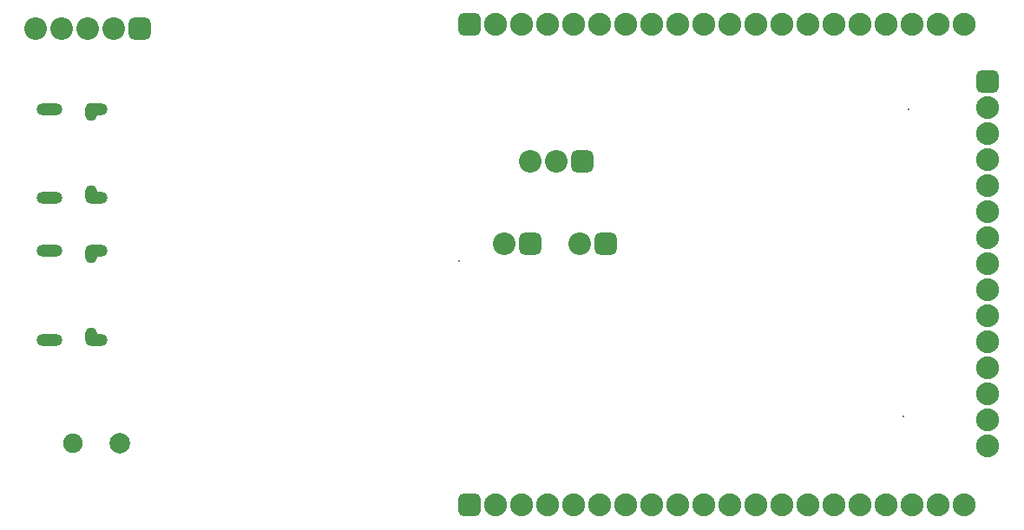
<source format=gbs>
G04*
G04 #@! TF.GenerationSoftware,Altium Limited,Altium Designer,23.10.1 (27)*
G04*
G04 Layer_Color=16711935*
%FSLAX25Y25*%
%MOIN*%
G70*
G04*
G04 #@! TF.SameCoordinates,32BCE259-89C5-4998-93CB-A9973C1CCBB0*
G04*
G04*
G04 #@! TF.FilePolarity,Negative*
G04*
G01*
G75*
%ADD70C,0.08674*%
G04:AMPARAMS|DCode=71|XSize=86.74mil|YSize=86.74mil|CornerRadius=23.68mil|HoleSize=0mil|Usage=FLASHONLY|Rotation=0.000|XOffset=0mil|YOffset=0mil|HoleType=Round|Shape=RoundedRectangle|*
%AMROUNDEDRECTD71*
21,1,0.08674,0.03937,0,0,0.0*
21,1,0.03937,0.08674,0,0,0.0*
1,1,0.04737,0.01968,-0.01968*
1,1,0.04737,-0.01968,-0.01968*
1,1,0.04737,-0.01968,0.01968*
1,1,0.04737,0.01968,0.01968*
%
%ADD71ROUNDEDRECTD71*%
%ADD72O,0.08674X0.04737*%
%ADD73O,0.04540X0.07099*%
%ADD74O,0.09855X0.04737*%
%ADD75C,0.08800*%
G04:AMPARAMS|DCode=76|XSize=88mil|YSize=88mil|CornerRadius=24mil|HoleSize=0mil|Usage=FLASHONLY|Rotation=0.000|XOffset=0mil|YOffset=0mil|HoleType=Round|Shape=RoundedRectangle|*
%AMROUNDEDRECTD76*
21,1,0.08800,0.04000,0,0,0.0*
21,1,0.04000,0.08800,0,0,0.0*
1,1,0.04800,0.02000,-0.02000*
1,1,0.04800,-0.02000,-0.02000*
1,1,0.04800,-0.02000,0.02000*
1,1,0.04800,0.02000,0.02000*
%
%ADD76ROUNDEDRECTD76*%
%ADD77C,0.00800*%
G04:AMPARAMS|DCode=78|XSize=88mil|YSize=88mil|CornerRadius=24mil|HoleSize=0mil|Usage=FLASHONLY|Rotation=90.000|XOffset=0mil|YOffset=0mil|HoleType=Round|Shape=RoundedRectangle|*
%AMROUNDEDRECTD78*
21,1,0.08800,0.04000,0,0,90.0*
21,1,0.04000,0.08800,0,0,90.0*
1,1,0.04800,0.02000,0.02000*
1,1,0.04800,0.02000,-0.02000*
1,1,0.04800,-0.02000,-0.02000*
1,1,0.04800,-0.02000,0.02000*
%
%ADD78ROUNDEDRECTD78*%
%ADD79C,0.07887*%
%ADD80C,0.07493*%
D70*
X186500Y106700D02*
D03*
X196500Y138500D02*
D03*
X206500D02*
D03*
X215500Y106700D02*
D03*
X6500Y189400D02*
D03*
X16500D02*
D03*
X26500D02*
D03*
X36500D02*
D03*
D71*
X196500Y106700D02*
D03*
X216500Y138500D02*
D03*
X225500Y106700D02*
D03*
X46500Y189400D02*
D03*
D72*
X29726Y158528D02*
D03*
Y124472D02*
D03*
Y69972D02*
D03*
Y104027D02*
D03*
D73*
X27659Y157346D02*
D03*
X27659Y125654D02*
D03*
Y71153D02*
D03*
X27659Y102847D02*
D03*
D74*
X11813Y124472D02*
D03*
Y158528D02*
D03*
Y104028D02*
D03*
Y69972D02*
D03*
D75*
X372000Y29000D02*
D03*
Y39000D02*
D03*
Y49000D02*
D03*
Y59000D02*
D03*
Y69000D02*
D03*
Y159000D02*
D03*
Y149000D02*
D03*
Y139000D02*
D03*
Y129000D02*
D03*
Y119000D02*
D03*
Y109000D02*
D03*
Y89000D02*
D03*
Y99000D02*
D03*
Y79000D02*
D03*
X263000Y6500D02*
D03*
X243000D02*
D03*
X253000D02*
D03*
X233000D02*
D03*
X223000D02*
D03*
X213000D02*
D03*
X203000D02*
D03*
X193000D02*
D03*
X183000D02*
D03*
X273000D02*
D03*
X283000D02*
D03*
X293000D02*
D03*
X303000D02*
D03*
X313000D02*
D03*
X323000D02*
D03*
X333000D02*
D03*
X343000D02*
D03*
X353000D02*
D03*
X363000D02*
D03*
X263000Y191000D02*
D03*
X243000D02*
D03*
X253000D02*
D03*
X233000D02*
D03*
X223000D02*
D03*
X213000D02*
D03*
X203000D02*
D03*
X193000D02*
D03*
X183000D02*
D03*
X273000D02*
D03*
X283000D02*
D03*
X293000D02*
D03*
X303000D02*
D03*
X313000D02*
D03*
X323000D02*
D03*
X333000D02*
D03*
X343000D02*
D03*
X353000D02*
D03*
X363000D02*
D03*
D76*
X372000Y169000D02*
D03*
D77*
X169000Y100000D02*
D03*
X341638Y158555D02*
D03*
X339669Y40445D02*
D03*
D78*
X173000Y6500D02*
D03*
Y191000D02*
D03*
D79*
X38791Y30000D02*
D03*
D80*
X20791D02*
D03*
M02*

</source>
